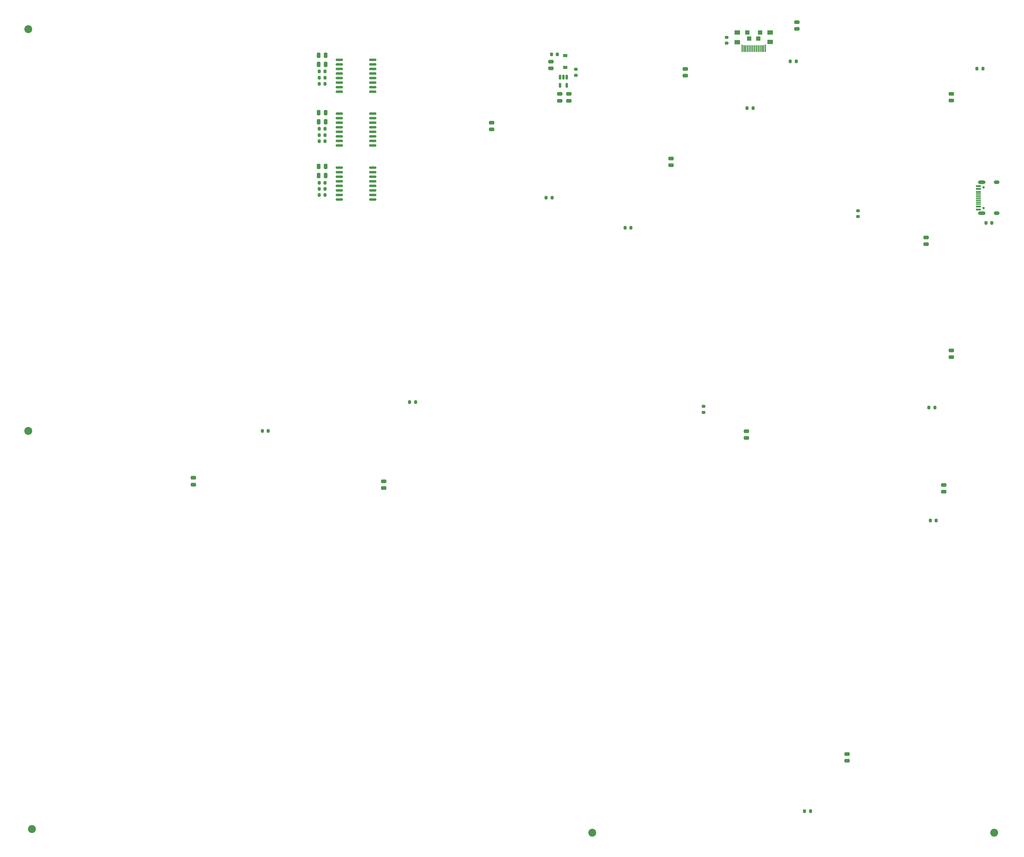
<source format=gbs>
%TF.GenerationSoftware,KiCad,Pcbnew,(6.0.4)*%
%TF.CreationDate,2022-05-26T23:50:18-07:00*%
%TF.ProjectId,bot_L,626f745f-4c2e-46b6-9963-61645f706362,rev?*%
%TF.SameCoordinates,Original*%
%TF.FileFunction,Soldermask,Bot*%
%TF.FilePolarity,Negative*%
%FSLAX46Y46*%
G04 Gerber Fmt 4.6, Leading zero omitted, Abs format (unit mm)*
G04 Created by KiCad (PCBNEW (6.0.4)) date 2022-05-26 23:50:18*
%MOMM*%
%LPD*%
G01*
G04 APERTURE LIST*
G04 Aperture macros list*
%AMRoundRect*
0 Rectangle with rounded corners*
0 $1 Rounding radius*
0 $2 $3 $4 $5 $6 $7 $8 $9 X,Y pos of 4 corners*
0 Add a 4 corners polygon primitive as box body*
4,1,4,$2,$3,$4,$5,$6,$7,$8,$9,$2,$3,0*
0 Add four circle primitives for the rounded corners*
1,1,$1+$1,$2,$3*
1,1,$1+$1,$4,$5*
1,1,$1+$1,$6,$7*
1,1,$1+$1,$8,$9*
0 Add four rect primitives between the rounded corners*
20,1,$1+$1,$2,$3,$4,$5,0*
20,1,$1+$1,$4,$5,$6,$7,0*
20,1,$1+$1,$6,$7,$8,$9,0*
20,1,$1+$1,$8,$9,$2,$3,0*%
G04 Aperture macros list end*
%ADD10C,2.200000*%
%ADD11RoundRect,0.150000X0.875000X0.150000X-0.875000X0.150000X-0.875000X-0.150000X0.875000X-0.150000X0*%
%ADD12RoundRect,0.200000X0.275000X-0.200000X0.275000X0.200000X-0.275000X0.200000X-0.275000X-0.200000X0*%
%ADD13RoundRect,0.200000X0.200000X0.275000X-0.200000X0.275000X-0.200000X-0.275000X0.200000X-0.275000X0*%
%ADD14RoundRect,0.150000X-0.150000X0.512500X-0.150000X-0.512500X0.150000X-0.512500X0.150000X0.512500X0*%
%ADD15RoundRect,0.250000X0.475000X-0.250000X0.475000X0.250000X-0.475000X0.250000X-0.475000X-0.250000X0*%
%ADD16R,0.400000X1.825000*%
%ADD17R,1.200000X1.200000*%
%ADD18R,1.500000X1.200000*%
%ADD19R,0.400000X2.012500*%
%ADD20RoundRect,0.200000X-0.200000X-0.275000X0.200000X-0.275000X0.200000X0.275000X-0.200000X0.275000X0*%
%ADD21RoundRect,0.250000X0.250000X0.475000X-0.250000X0.475000X-0.250000X-0.475000X0.250000X-0.475000X0*%
%ADD22RoundRect,0.250000X-0.475000X0.250000X-0.475000X-0.250000X0.475000X-0.250000X0.475000X0.250000X0*%
%ADD23R,1.200000X0.900000*%
%ADD24C,0.650000*%
%ADD25R,1.450000X0.600000*%
%ADD26R,1.450000X0.300000*%
%ADD27O,2.100000X1.000000*%
%ADD28O,1.600000X1.000000*%
G04 APERTURE END LIST*
D10*
%TO.C,H1*%
X23000000Y-23000000D03*
%TD*%
%TO.C,H5*%
X292000000Y-247000000D03*
%TD*%
%TO.C,H3*%
X24000000Y-246000000D03*
%TD*%
%TO.C,H2*%
X23000000Y-135000000D03*
%TD*%
%TO.C,H4*%
X180000000Y-247000000D03*
%TD*%
%TO.C,*%
X23000000Y-23000000D03*
%TD*%
D11*
%TO.C,U2*%
X118900000Y-31555000D03*
X118900000Y-32825000D03*
X118900000Y-34095000D03*
X118900000Y-35365000D03*
X118900000Y-36635000D03*
X118900000Y-37905000D03*
X118900000Y-39175000D03*
X118900000Y-40445000D03*
X109600000Y-40445000D03*
X109600000Y-39175000D03*
X109600000Y-37905000D03*
X109600000Y-36635000D03*
X109600000Y-35365000D03*
X109600000Y-34095000D03*
X109600000Y-32825000D03*
X109600000Y-31555000D03*
%TD*%
D12*
%TO.C,R14*%
X175500000Y-35825000D03*
X175500000Y-34175000D03*
%TD*%
D13*
%TO.C,R15*%
X170325000Y-30000000D03*
X168675000Y-30000000D03*
%TD*%
D14*
%TO.C,U1*%
X171050000Y-36362500D03*
X172000000Y-36362500D03*
X172950000Y-36362500D03*
X172950000Y-38637500D03*
X171050000Y-38637500D03*
%TD*%
D15*
%TO.C,C5*%
X122000000Y-150950000D03*
X122000000Y-149050000D03*
%TD*%
%TO.C,C12*%
X223000000Y-136950000D03*
X223000000Y-135050000D03*
%TD*%
%TO.C,C9*%
X69000000Y-149950000D03*
X69000000Y-148050000D03*
%TD*%
D16*
%TO.C,P1*%
X227750000Y-28450000D03*
X226250000Y-28450000D03*
X225750000Y-28450000D03*
X225250000Y-28450000D03*
X224750000Y-28450000D03*
X223250000Y-28450000D03*
X222750000Y-28450000D03*
X222250000Y-28450000D03*
X223750000Y-28450000D03*
X224250000Y-28450000D03*
X226750000Y-28450000D03*
X227250000Y-28450000D03*
D17*
X226750000Y-23900000D03*
D18*
X220450000Y-23950000D03*
D17*
X223750000Y-25650000D03*
X223250000Y-23900000D03*
D19*
X221750000Y-28350000D03*
X228250000Y-28356250D03*
D17*
X226250000Y-25650000D03*
D18*
X229550000Y-26550000D03*
X229550000Y-23900000D03*
X220450000Y-26600000D03*
%TD*%
D20*
%TO.C,R19*%
X104000000Y-54250000D03*
X105650000Y-54250000D03*
%TD*%
D21*
%TO.C,C16*%
X105775000Y-32800000D03*
X103875000Y-32800000D03*
%TD*%
D13*
%TO.C,R21*%
X105650000Y-50800000D03*
X104000000Y-50800000D03*
%TD*%
%TO.C,R20*%
X105650000Y-65800000D03*
X104000000Y-65800000D03*
%TD*%
D11*
%TO.C,U3*%
X118900000Y-61555000D03*
X118900000Y-62825000D03*
X118900000Y-64095000D03*
X118900000Y-65365000D03*
X118900000Y-66635000D03*
X118900000Y-67905000D03*
X118900000Y-69175000D03*
X118900000Y-70445000D03*
X109600000Y-70445000D03*
X109600000Y-69175000D03*
X109600000Y-67905000D03*
X109600000Y-66635000D03*
X109600000Y-65365000D03*
X109600000Y-64095000D03*
X109600000Y-62825000D03*
X109600000Y-61555000D03*
%TD*%
D22*
%TO.C,C13*%
X173500000Y-41050000D03*
X173500000Y-42950000D03*
%TD*%
%TO.C,C14*%
X171000000Y-41050000D03*
X171000000Y-42950000D03*
%TD*%
D15*
%TO.C,C7*%
X273000000Y-82950000D03*
X273000000Y-81050000D03*
%TD*%
%TO.C,C8*%
X251000000Y-226950000D03*
X251000000Y-225050000D03*
%TD*%
%TO.C,C2*%
X280000000Y-114450000D03*
X280000000Y-112550000D03*
%TD*%
D13*
%TO.C,R7*%
X168825000Y-70000000D03*
X167175000Y-70000000D03*
%TD*%
D21*
%TO.C,C20*%
X105775000Y-63800000D03*
X103875000Y-63800000D03*
%TD*%
D13*
%TO.C,R10*%
X288825000Y-34000000D03*
X287175000Y-34000000D03*
%TD*%
D21*
%TO.C,C19*%
X105775000Y-46300000D03*
X103875000Y-46300000D03*
%TD*%
D13*
%TO.C,R5*%
X130825000Y-127000000D03*
X129175000Y-127000000D03*
%TD*%
D12*
%TO.C,R11*%
X254000000Y-75234092D03*
X254000000Y-73584092D03*
%TD*%
D13*
%TO.C,R9*%
X224825000Y-45000000D03*
X223175000Y-45000000D03*
%TD*%
D23*
%TO.C,D13*%
X172500000Y-33650000D03*
X172500000Y-30350000D03*
%TD*%
D20*
%TO.C,R24*%
X104000000Y-38250000D03*
X105650000Y-38250000D03*
%TD*%
D12*
%TO.C,R4*%
X211000000Y-129825000D03*
X211000000Y-128175000D03*
%TD*%
D24*
%TO.C,J1*%
X289030000Y-67110000D03*
X289030000Y-72890000D03*
D25*
X287585000Y-66750000D03*
X287585000Y-67550000D03*
D26*
X287585000Y-68750000D03*
X287585000Y-69750000D03*
X287585000Y-70250000D03*
X287585000Y-71250000D03*
D25*
X287585000Y-72450000D03*
X287585000Y-73250000D03*
X287585000Y-73250000D03*
X287585000Y-72450000D03*
D26*
X287585000Y-71750000D03*
X287585000Y-70750000D03*
X287585000Y-69250000D03*
X287585000Y-68250000D03*
D25*
X287585000Y-67550000D03*
X287585000Y-66750000D03*
D27*
X288500000Y-65680000D03*
D28*
X292680000Y-74320000D03*
X292680000Y-65680000D03*
D27*
X288500000Y-74320000D03*
%TD*%
D15*
%TO.C,C10*%
X280000000Y-42900000D03*
X280000000Y-41000000D03*
%TD*%
D11*
%TO.C,U4*%
X118900000Y-46555000D03*
X118900000Y-47825000D03*
X118900000Y-49095000D03*
X118900000Y-50365000D03*
X118900000Y-51635000D03*
X118900000Y-52905000D03*
X118900000Y-54175000D03*
X118900000Y-55445000D03*
X109600000Y-55445000D03*
X109600000Y-54175000D03*
X109600000Y-52905000D03*
X109600000Y-51635000D03*
X109600000Y-50365000D03*
X109600000Y-49095000D03*
X109600000Y-47825000D03*
X109600000Y-46555000D03*
%TD*%
D13*
%TO.C,R8*%
X190825000Y-78400000D03*
X189175000Y-78400000D03*
%TD*%
D15*
%TO.C,C6*%
X205950000Y-35950000D03*
X205950000Y-34050000D03*
%TD*%
D20*
%TO.C,R18*%
X104000000Y-52500000D03*
X105650000Y-52500000D03*
%TD*%
%TO.C,R16*%
X289675000Y-77000000D03*
X291325000Y-77000000D03*
%TD*%
D13*
%TO.C,R3*%
X240825000Y-241000000D03*
X239175000Y-241000000D03*
%TD*%
%TO.C,R17*%
X105650000Y-34800000D03*
X104000000Y-34800000D03*
%TD*%
D20*
%TO.C,R23*%
X104000000Y-36500000D03*
X105650000Y-36500000D03*
%TD*%
D13*
%TO.C,R6*%
X89825000Y-135000000D03*
X88175000Y-135000000D03*
%TD*%
D21*
%TO.C,C18*%
X105775000Y-48800000D03*
X103875000Y-48800000D03*
%TD*%
D13*
%TO.C,R13*%
X236825000Y-32000000D03*
X235175000Y-32000000D03*
%TD*%
%TO.C,R2*%
X275825000Y-160000000D03*
X274175000Y-160000000D03*
%TD*%
D20*
%TO.C,R22*%
X104000000Y-67500000D03*
X105650000Y-67500000D03*
%TD*%
D15*
%TO.C,C4*%
X152000000Y-50950000D03*
X152000000Y-49050000D03*
%TD*%
%TO.C,C11*%
X237000000Y-22900000D03*
X237000000Y-21000000D03*
%TD*%
%TO.C,C3*%
X277950000Y-151950000D03*
X277950000Y-150050000D03*
%TD*%
%TO.C,C15*%
X168500000Y-33950000D03*
X168500000Y-32050000D03*
%TD*%
D20*
%TO.C,R25*%
X104000000Y-69250000D03*
X105650000Y-69250000D03*
%TD*%
D13*
%TO.C,R12*%
X275422730Y-128500000D03*
X273772730Y-128500000D03*
%TD*%
D15*
%TO.C,C1*%
X202000000Y-60950000D03*
X202000000Y-59050000D03*
%TD*%
D12*
%TO.C,R1*%
X217500000Y-26885000D03*
X217500000Y-25235000D03*
%TD*%
D21*
%TO.C,C17*%
X105775000Y-30300000D03*
X103875000Y-30300000D03*
%TD*%
%TO.C,C21*%
X105775000Y-61300000D03*
X103875000Y-61300000D03*
%TD*%
M02*

</source>
